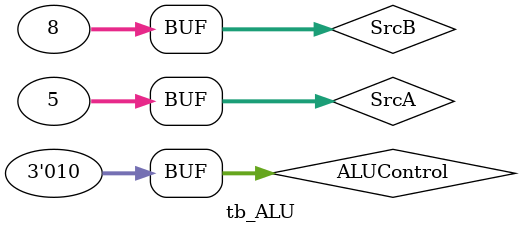
<source format=v>
`timescale 1ns / 1ps


module tb_ALU;

	// Inputs
	reg [31:0] SrcA;
	reg [31:0] SrcB;
	reg [2:0] ALUControl;

	// Outputs
	wire Zero;
	wire [31:0] ALUResult;

	// Instantiate the Unit Under Test (UUT)
	ALU uut (
		.SrcA(SrcA), 
		.SrcB(SrcB), 
		.ALUControl(ALUControl), 
		.Zero(Zero), 
		.ALUResult(ALUResult)
	);

	initial begin
		// Initialize Inputs
		SrcA = 32'b00000000000000000000000000000101;
		SrcB = 32'b00000000000000000000000000001000;
		ALUControl = 3'b010;

		// Wait 100 ns for global reset to finish
		#100;
        
		// Add stimulus here

	end
      
endmodule


</source>
